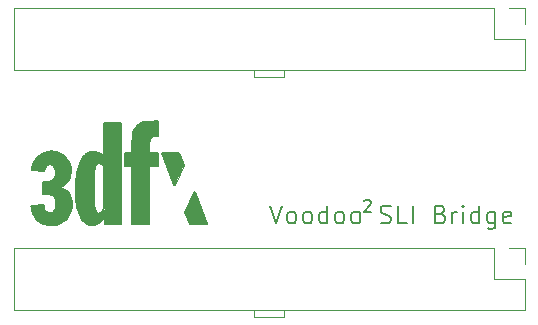
<source format=gbr>
%TF.GenerationSoftware,KiCad,Pcbnew,(6.0.7)*%
%TF.CreationDate,2022-08-10T20:47:25+10:00*%
%TF.ProjectId,Voodoo2SLI,566f6f64-6f6f-4325-934c-492e6b696361,rev?*%
%TF.SameCoordinates,Original*%
%TF.FileFunction,Legend,Top*%
%TF.FilePolarity,Positive*%
%FSLAX46Y46*%
G04 Gerber Fmt 4.6, Leading zero omitted, Abs format (unit mm)*
G04 Created by KiCad (PCBNEW (6.0.7)) date 2022-08-10 20:47:25*
%MOMM*%
%LPD*%
G01*
G04 APERTURE LIST*
%ADD10C,0.120000*%
%ADD11C,0.200000*%
%ADD12C,0.100000*%
G04 APERTURE END LIST*
D10*
X148844000Y-121031000D02*
X146304000Y-121031000D01*
X146304000Y-121031000D02*
X146304000Y-120523000D01*
X148844000Y-100711000D02*
X146304000Y-100711000D01*
X148844000Y-100203000D02*
X148844000Y-100711000D01*
X146304000Y-100711000D02*
X146304000Y-100203000D01*
X148844000Y-120523000D02*
X148844000Y-121031000D01*
D11*
X155614285Y-111247619D02*
X155661904Y-111200000D01*
X155757142Y-111152380D01*
X155995238Y-111152380D01*
X156090476Y-111200000D01*
X156138095Y-111247619D01*
X156185714Y-111342857D01*
X156185714Y-111438095D01*
X156138095Y-111580952D01*
X155566666Y-112152380D01*
X156185714Y-112152380D01*
X147646285Y-111640571D02*
X148146285Y-113140571D01*
X148646285Y-111640571D01*
X149360571Y-113140571D02*
X149217714Y-113069142D01*
X149146285Y-112997714D01*
X149074857Y-112854857D01*
X149074857Y-112426285D01*
X149146285Y-112283428D01*
X149217714Y-112212000D01*
X149360571Y-112140571D01*
X149574857Y-112140571D01*
X149717714Y-112212000D01*
X149789142Y-112283428D01*
X149860571Y-112426285D01*
X149860571Y-112854857D01*
X149789142Y-112997714D01*
X149717714Y-113069142D01*
X149574857Y-113140571D01*
X149360571Y-113140571D01*
X150717714Y-113140571D02*
X150574857Y-113069142D01*
X150503428Y-112997714D01*
X150432000Y-112854857D01*
X150432000Y-112426285D01*
X150503428Y-112283428D01*
X150574857Y-112212000D01*
X150717714Y-112140571D01*
X150932000Y-112140571D01*
X151074857Y-112212000D01*
X151146285Y-112283428D01*
X151217714Y-112426285D01*
X151217714Y-112854857D01*
X151146285Y-112997714D01*
X151074857Y-113069142D01*
X150932000Y-113140571D01*
X150717714Y-113140571D01*
X152503428Y-113140571D02*
X152503428Y-111640571D01*
X152503428Y-113069142D02*
X152360571Y-113140571D01*
X152074857Y-113140571D01*
X151932000Y-113069142D01*
X151860571Y-112997714D01*
X151789142Y-112854857D01*
X151789142Y-112426285D01*
X151860571Y-112283428D01*
X151932000Y-112212000D01*
X152074857Y-112140571D01*
X152360571Y-112140571D01*
X152503428Y-112212000D01*
X153432000Y-113140571D02*
X153289142Y-113069142D01*
X153217714Y-112997714D01*
X153146285Y-112854857D01*
X153146285Y-112426285D01*
X153217714Y-112283428D01*
X153289142Y-112212000D01*
X153432000Y-112140571D01*
X153646285Y-112140571D01*
X153789142Y-112212000D01*
X153860571Y-112283428D01*
X153932000Y-112426285D01*
X153932000Y-112854857D01*
X153860571Y-112997714D01*
X153789142Y-113069142D01*
X153646285Y-113140571D01*
X153432000Y-113140571D01*
X154789142Y-113140571D02*
X154646285Y-113069142D01*
X154574857Y-112997714D01*
X154503428Y-112854857D01*
X154503428Y-112426285D01*
X154574857Y-112283428D01*
X154646285Y-112212000D01*
X154789142Y-112140571D01*
X155003428Y-112140571D01*
X155146285Y-112212000D01*
X155217714Y-112283428D01*
X155289142Y-112426285D01*
X155289142Y-112854857D01*
X155217714Y-112997714D01*
X155146285Y-113069142D01*
X155003428Y-113140571D01*
X154789142Y-113140571D01*
X157003428Y-113069142D02*
X157217714Y-113140571D01*
X157574857Y-113140571D01*
X157717714Y-113069142D01*
X157789142Y-112997714D01*
X157860571Y-112854857D01*
X157860571Y-112712000D01*
X157789142Y-112569142D01*
X157717714Y-112497714D01*
X157574857Y-112426285D01*
X157289142Y-112354857D01*
X157146285Y-112283428D01*
X157074857Y-112212000D01*
X157003428Y-112069142D01*
X157003428Y-111926285D01*
X157074857Y-111783428D01*
X157146285Y-111712000D01*
X157289142Y-111640571D01*
X157646285Y-111640571D01*
X157860571Y-111712000D01*
X159217714Y-113140571D02*
X158503428Y-113140571D01*
X158503428Y-111640571D01*
X159717714Y-113140571D02*
X159717714Y-111640571D01*
X162074857Y-112354857D02*
X162289142Y-112426285D01*
X162360571Y-112497714D01*
X162432000Y-112640571D01*
X162432000Y-112854857D01*
X162360571Y-112997714D01*
X162289142Y-113069142D01*
X162146285Y-113140571D01*
X161574857Y-113140571D01*
X161574857Y-111640571D01*
X162074857Y-111640571D01*
X162217714Y-111712000D01*
X162289142Y-111783428D01*
X162360571Y-111926285D01*
X162360571Y-112069142D01*
X162289142Y-112212000D01*
X162217714Y-112283428D01*
X162074857Y-112354857D01*
X161574857Y-112354857D01*
X163074857Y-113140571D02*
X163074857Y-112140571D01*
X163074857Y-112426285D02*
X163146285Y-112283428D01*
X163217714Y-112212000D01*
X163360571Y-112140571D01*
X163503428Y-112140571D01*
X164003428Y-113140571D02*
X164003428Y-112140571D01*
X164003428Y-111640571D02*
X163932000Y-111712000D01*
X164003428Y-111783428D01*
X164074857Y-111712000D01*
X164003428Y-111640571D01*
X164003428Y-111783428D01*
X165360571Y-113140571D02*
X165360571Y-111640571D01*
X165360571Y-113069142D02*
X165217714Y-113140571D01*
X164932000Y-113140571D01*
X164789142Y-113069142D01*
X164717714Y-112997714D01*
X164646285Y-112854857D01*
X164646285Y-112426285D01*
X164717714Y-112283428D01*
X164789142Y-112212000D01*
X164932000Y-112140571D01*
X165217714Y-112140571D01*
X165360571Y-112212000D01*
X166717714Y-112140571D02*
X166717714Y-113354857D01*
X166646285Y-113497714D01*
X166574857Y-113569142D01*
X166432000Y-113640571D01*
X166217714Y-113640571D01*
X166074857Y-113569142D01*
X166717714Y-113069142D02*
X166574857Y-113140571D01*
X166289142Y-113140571D01*
X166146285Y-113069142D01*
X166074857Y-112997714D01*
X166003428Y-112854857D01*
X166003428Y-112426285D01*
X166074857Y-112283428D01*
X166146285Y-112212000D01*
X166289142Y-112140571D01*
X166574857Y-112140571D01*
X166717714Y-112212000D01*
X168003428Y-113069142D02*
X167860571Y-113140571D01*
X167574857Y-113140571D01*
X167432000Y-113069142D01*
X167360571Y-112926285D01*
X167360571Y-112354857D01*
X167432000Y-112212000D01*
X167574857Y-112140571D01*
X167860571Y-112140571D01*
X168003428Y-112212000D01*
X168074857Y-112354857D01*
X168074857Y-112497714D01*
X167360571Y-112640571D01*
D10*
%TO.C,J1*%
X169224000Y-97536000D02*
X169224000Y-100136000D01*
X169224000Y-94936000D02*
X169224000Y-96266000D01*
X166624000Y-97536000D02*
X169224000Y-97536000D01*
X167894000Y-94936000D02*
X169224000Y-94936000D01*
X166624000Y-94936000D02*
X125924000Y-94936000D01*
X169224000Y-100136000D02*
X125924000Y-100136000D01*
X125924000Y-94936000D02*
X125924000Y-100136000D01*
X166624000Y-94936000D02*
X166624000Y-97536000D01*
%TO.C,J2*%
X166624000Y-115256000D02*
X166624000Y-117856000D01*
X167894000Y-115256000D02*
X169224000Y-115256000D01*
X169224000Y-117856000D02*
X169224000Y-120456000D01*
X166624000Y-117856000D02*
X169224000Y-117856000D01*
X166624000Y-115256000D02*
X125924000Y-115256000D01*
X125924000Y-115256000D02*
X125924000Y-120456000D01*
X169224000Y-120456000D02*
X125924000Y-120456000D01*
X169224000Y-115256000D02*
X169224000Y-116586000D01*
D11*
%TO.C,REF\u002A\u002A*%
X139968777Y-107155983D02*
X140358000Y-108164000D01*
X138454742Y-107155983D02*
X139518000Y-109864000D01*
X140828179Y-113187307D02*
X140428000Y-112174000D01*
X142334458Y-113187307D02*
X141258000Y-110454000D01*
G36*
X138174795Y-108282203D02*
G01*
X135343734Y-108282203D01*
X135343734Y-107155983D01*
X138174795Y-107155983D01*
X138174795Y-108282203D01*
G37*
D12*
X138174795Y-108282203D02*
X135343734Y-108282203D01*
X135343734Y-107155983D01*
X138174795Y-107155983D01*
X138174795Y-108282203D01*
G36*
X137408000Y-108284000D02*
G01*
X137408000Y-113184000D01*
X136008000Y-113184000D01*
X135990612Y-108282203D01*
X137408000Y-108284000D01*
G37*
X137408000Y-108284000D02*
X137408000Y-113184000D01*
X136008000Y-113184000D01*
X135990612Y-108282203D01*
X137408000Y-108284000D01*
G36*
X137408000Y-107084000D02*
G01*
X137406918Y-107155983D01*
X136008000Y-107084000D01*
X136008000Y-106384000D01*
X136108000Y-105584000D01*
X136308000Y-104984000D01*
X136808000Y-104684000D01*
X137408000Y-104584000D01*
X137408000Y-107084000D01*
G37*
X137408000Y-107084000D02*
X137406918Y-107155983D01*
X136008000Y-107084000D01*
X136008000Y-106384000D01*
X136108000Y-105584000D01*
X136308000Y-104984000D01*
X136808000Y-104684000D01*
X137408000Y-104584000D01*
X137408000Y-107084000D01*
G36*
X129708000Y-107184000D02*
G01*
X130208000Y-107484000D01*
X130608000Y-108084000D01*
X130708000Y-108684000D01*
X130708000Y-109284000D01*
X130408000Y-109684000D01*
X130108000Y-109984000D01*
X129703330Y-110086325D01*
X130308000Y-110384000D01*
X130708000Y-110784000D01*
X130808000Y-111384000D01*
X130808000Y-112084000D01*
X130408000Y-112784000D01*
X129708000Y-113184000D01*
X128908000Y-113284000D01*
X128208000Y-113084000D01*
X127708000Y-112484000D01*
X127441583Y-111634489D01*
X128408000Y-111684000D01*
X128608000Y-112084000D01*
X128908000Y-112284000D01*
X129208000Y-112284000D01*
X129508000Y-111984000D01*
X129608000Y-111584000D01*
X129508000Y-111084000D01*
X129408000Y-110784000D01*
X128608000Y-110584000D01*
X128435945Y-110658743D01*
X128508000Y-109684000D01*
X129008000Y-109584000D01*
X129408000Y-109284000D01*
X129501665Y-108848415D01*
X129408000Y-108484000D01*
X129208000Y-108184000D01*
X128908000Y-108084000D01*
X128708000Y-108284000D01*
X128508000Y-108584000D01*
X128508000Y-108684000D01*
X127508000Y-108584000D01*
X127708000Y-107884000D01*
X128408000Y-107284000D01*
X129108000Y-107084000D01*
X129708000Y-107184000D01*
G37*
X129708000Y-107184000D02*
X130208000Y-107484000D01*
X130608000Y-108084000D01*
X130708000Y-108684000D01*
X130708000Y-109284000D01*
X130408000Y-109684000D01*
X130108000Y-109984000D01*
X129703330Y-110086325D01*
X130308000Y-110384000D01*
X130708000Y-110784000D01*
X130808000Y-111384000D01*
X130808000Y-112084000D01*
X130408000Y-112784000D01*
X129708000Y-113184000D01*
X128908000Y-113284000D01*
X128208000Y-113084000D01*
X127708000Y-112484000D01*
X127441583Y-111634489D01*
X128408000Y-111684000D01*
X128608000Y-112084000D01*
X128908000Y-112284000D01*
X129208000Y-112284000D01*
X129508000Y-111984000D01*
X129608000Y-111584000D01*
X129508000Y-111084000D01*
X129408000Y-110784000D01*
X128608000Y-110584000D01*
X128435945Y-110658743D01*
X128508000Y-109684000D01*
X129008000Y-109584000D01*
X129408000Y-109284000D01*
X129501665Y-108848415D01*
X129408000Y-108484000D01*
X129208000Y-108184000D01*
X128908000Y-108084000D01*
X128708000Y-108284000D01*
X128508000Y-108584000D01*
X128508000Y-108684000D01*
X127508000Y-108584000D01*
X127708000Y-107884000D01*
X128408000Y-107284000D01*
X129108000Y-107084000D01*
X129708000Y-107184000D01*
G36*
X142318000Y-113184000D02*
G01*
X140828000Y-113194000D01*
X140378000Y-112164000D01*
X141218000Y-110424000D01*
X142318000Y-113184000D01*
G37*
X142318000Y-113184000D02*
X140828000Y-113194000D01*
X140378000Y-112164000D01*
X141218000Y-110424000D01*
X142318000Y-113184000D01*
G36*
X138108000Y-105684000D02*
G01*
X137708000Y-105784000D01*
X137308000Y-105984000D01*
X137308000Y-104584000D01*
X138108000Y-104584000D01*
X138108000Y-105684000D01*
G37*
X138108000Y-105684000D02*
X137708000Y-105784000D01*
X137308000Y-105984000D01*
X137308000Y-104584000D01*
X138108000Y-104584000D01*
X138108000Y-105684000D01*
G36*
X135019519Y-113185755D02*
G01*
X135008000Y-113184000D01*
X133708000Y-113184000D01*
X133603213Y-104633624D01*
X135019519Y-104633624D01*
X135019519Y-113185755D01*
G37*
X135019519Y-113185755D02*
X135008000Y-113184000D01*
X133708000Y-113184000D01*
X133603213Y-104633624D01*
X135019519Y-104633624D01*
X135019519Y-113185755D01*
G36*
X139968000Y-107184000D02*
G01*
X140388000Y-108214000D01*
X139558000Y-109904000D01*
X138518000Y-107174000D01*
X139968000Y-107184000D01*
G37*
X139968000Y-107184000D02*
X140388000Y-108214000D01*
X139558000Y-109904000D01*
X138518000Y-107174000D01*
X139968000Y-107184000D01*
G36*
X133208000Y-107184000D02*
G01*
X133608000Y-107584000D01*
X133608000Y-108184000D01*
X133308000Y-107984000D01*
X133108000Y-107984000D01*
X132808000Y-108284000D01*
X132708000Y-108884000D01*
X132708000Y-111884000D01*
X133008000Y-112284000D01*
X133308000Y-112284000D01*
X133708000Y-111884000D01*
X133708000Y-112584000D01*
X133308000Y-112984000D01*
X132808000Y-113284000D01*
X132308000Y-113284000D01*
X131808000Y-112884000D01*
X131308000Y-111884000D01*
X131208000Y-110584000D01*
X131308000Y-108984000D01*
X131508000Y-108084000D01*
X132008000Y-107384000D01*
X132608000Y-107084000D01*
X133208000Y-107184000D01*
G37*
X133208000Y-107184000D02*
X133608000Y-107584000D01*
X133608000Y-108184000D01*
X133308000Y-107984000D01*
X133108000Y-107984000D01*
X132808000Y-108284000D01*
X132708000Y-108884000D01*
X132708000Y-111884000D01*
X133008000Y-112284000D01*
X133308000Y-112284000D01*
X133708000Y-111884000D01*
X133708000Y-112584000D01*
X133308000Y-112984000D01*
X132808000Y-113284000D01*
X132308000Y-113284000D01*
X131808000Y-112884000D01*
X131308000Y-111884000D01*
X131208000Y-110584000D01*
X131308000Y-108984000D01*
X131508000Y-108084000D01*
X132008000Y-107384000D01*
X132608000Y-107084000D01*
X133208000Y-107184000D01*
D11*
X129560613Y-111496426D02*
X129547695Y-111705229D01*
X129497240Y-111921703D01*
X129388258Y-112118462D01*
X129223001Y-112244617D01*
X128999055Y-112289123D01*
X128435945Y-109633356D02*
X128435945Y-110658743D01*
X135990612Y-106482734D02*
X135990612Y-107155983D01*
X137406918Y-113187307D02*
X137406918Y-108282203D01*
X128718276Y-109633356D02*
X128435945Y-109633356D01*
X140828179Y-113187307D02*
X142334458Y-113187307D01*
X135019519Y-104633624D02*
X133603213Y-104633624D01*
X132588685Y-113280383D02*
X132807892Y-113261709D01*
X133003067Y-113206535D01*
X133188633Y-113102307D01*
X133346335Y-112968921D01*
X133515726Y-112785488D01*
X133665264Y-112597825D01*
X138174795Y-107155983D02*
X137406918Y-107155983D01*
X138174795Y-108282203D02*
X138174795Y-107155983D01*
X135990612Y-108282203D02*
X135990612Y-113187307D01*
X133158000Y-108034000D02*
X133354542Y-108077353D01*
X133518865Y-108205443D01*
X133603213Y-108339600D01*
X130869882Y-111496426D02*
X130857366Y-111255306D01*
X130820755Y-111040446D01*
X130736887Y-110792787D01*
X130616009Y-110586939D01*
X130461451Y-110420120D01*
X130276541Y-110289543D01*
X130064610Y-110192424D01*
X129828986Y-110125979D01*
X129703330Y-110103389D01*
X133603213Y-111803577D02*
X133521581Y-111987619D01*
X133401664Y-112153160D01*
X133223626Y-112280141D01*
X133088193Y-112307739D01*
X135990612Y-107155983D02*
X135343734Y-107155983D01*
X129703330Y-110086325D02*
X129910842Y-110021093D01*
X130107478Y-109927883D01*
X130288061Y-109806678D01*
X130447416Y-109657462D01*
X130580367Y-109480218D01*
X130681741Y-109274930D01*
X130746360Y-109041583D01*
X130769050Y-108780159D01*
X131186340Y-110399681D02*
X131191046Y-110683651D01*
X131205373Y-110962265D01*
X131229627Y-111233702D01*
X131264118Y-111496140D01*
X131309153Y-111747757D01*
X131365041Y-111986731D01*
X131432091Y-112211242D01*
X131510610Y-112419467D01*
X131600908Y-112609584D01*
X131759113Y-112856824D01*
X131945553Y-113053076D01*
X132161270Y-113192191D01*
X132407305Y-113268022D01*
X132588685Y-113280383D01*
X129048695Y-113308305D02*
X129297000Y-113293112D01*
X129543569Y-113247233D01*
X129783448Y-113170212D01*
X130011682Y-113061594D01*
X130223317Y-112920924D01*
X130413398Y-112747748D01*
X130576971Y-112541611D01*
X130709082Y-112302058D01*
X130804775Y-112028634D01*
X130845893Y-111827311D01*
X130867155Y-111610596D01*
X130869882Y-111496426D01*
X135343734Y-108282203D02*
X135990612Y-108282203D01*
X133682328Y-113185755D02*
X135019519Y-113185755D01*
X127441583Y-111634489D02*
X127475396Y-111851467D01*
X127521997Y-112051685D01*
X127614046Y-112321421D01*
X127730161Y-112555589D01*
X127867521Y-112755476D01*
X128023301Y-112922368D01*
X128194680Y-113057551D01*
X128378833Y-113162311D01*
X128572938Y-113237935D01*
X128774172Y-113285708D01*
X128979712Y-113306916D01*
X129048695Y-113308305D01*
X135019519Y-113185755D02*
X135019519Y-104633624D01*
X129168143Y-107053600D02*
X128959326Y-107065282D01*
X128753444Y-107101200D01*
X128552957Y-107162658D01*
X128360327Y-107250959D01*
X128178016Y-107367408D01*
X128008485Y-107513309D01*
X127854195Y-107689967D01*
X127717609Y-107898686D01*
X127601187Y-108140770D01*
X127507391Y-108417523D01*
X127458647Y-108621930D01*
X137406918Y-106318300D02*
X137443912Y-106086669D01*
X137567949Y-105892987D01*
X137758145Y-105775432D01*
X137957164Y-105730235D01*
X138174795Y-105731921D01*
X127458647Y-108621930D02*
X128539880Y-108727416D01*
X133088193Y-112307739D02*
X132889302Y-112187468D01*
X132798319Y-111961893D01*
X132750209Y-111703712D01*
X132725908Y-111467401D01*
X132709840Y-111196410D01*
X132700324Y-110892451D01*
X132696792Y-110672340D01*
X132694928Y-110438843D01*
X132694234Y-110192467D01*
X132694171Y-110064608D01*
X138174795Y-105731921D02*
X138174795Y-104517279D01*
X138174795Y-104517279D02*
X137458110Y-104523485D01*
X137458110Y-104523485D02*
X137192129Y-104537157D01*
X136953405Y-104575627D01*
X136741698Y-104642487D01*
X136556770Y-104741328D01*
X136398382Y-104875742D01*
X136266294Y-105049320D01*
X136160268Y-105265655D01*
X136080064Y-105528338D01*
X136040822Y-105730983D01*
X136012880Y-105956888D01*
X135996167Y-106207117D01*
X135990612Y-106482734D01*
X135343734Y-107155983D02*
X135343734Y-108282203D01*
X139968777Y-107155983D02*
X138454742Y-107155983D01*
X128435945Y-110658743D02*
X128753955Y-110658743D01*
X137406918Y-107155983D02*
X137406918Y-106318300D01*
X129042490Y-108130179D02*
X129241962Y-108185950D01*
X129385611Y-108338755D01*
X129464770Y-108534949D01*
X129497549Y-108737932D01*
X129501665Y-108848415D01*
X128466970Y-111608118D02*
X127441583Y-111634489D01*
X132694171Y-110064608D02*
X132694769Y-109853749D01*
X132696888Y-109649724D01*
X132703979Y-109358540D01*
X132717221Y-109087986D01*
X132738253Y-108841214D01*
X132768712Y-108621377D01*
X132826819Y-108375611D01*
X132908481Y-108190810D01*
X133083632Y-108044267D01*
X133158000Y-108034000D01*
X130769050Y-108780159D02*
X130749834Y-108486905D01*
X130694318Y-108217998D01*
X130605694Y-107974418D01*
X130487155Y-107757148D01*
X130341895Y-107567172D01*
X130173105Y-107405471D01*
X129983980Y-107273028D01*
X129777713Y-107170825D01*
X129557496Y-107099846D01*
X129326523Y-107061072D01*
X129168143Y-107053600D01*
X128539880Y-108727416D02*
X128587062Y-108505755D01*
X128679609Y-108309685D01*
X128840915Y-108171386D01*
X129042490Y-108130179D01*
X133603213Y-107585684D02*
X133458068Y-107407663D01*
X133304812Y-107265728D01*
X133109706Y-107146268D01*
X132890177Y-107077078D01*
X132677107Y-107058254D01*
X129501665Y-108848415D02*
X129486773Y-109056262D01*
X129428675Y-109264104D01*
X129306903Y-109444831D01*
X129135586Y-109559951D01*
X128922393Y-109619331D01*
X128718276Y-109633356D01*
X128753955Y-110658743D02*
X128990482Y-110671636D01*
X129201003Y-110725600D01*
X129373499Y-110843558D01*
X129495953Y-111048433D01*
X129543854Y-111244624D01*
X129560613Y-111496426D01*
X132677107Y-107058254D02*
X132477391Y-107076906D01*
X132208772Y-107171333D01*
X131975763Y-107338777D01*
X131839353Y-107487238D01*
X131717490Y-107662551D01*
X131609662Y-107862474D01*
X131515357Y-108084770D01*
X131434064Y-108327196D01*
X131365270Y-108587513D01*
X131308464Y-108863481D01*
X131263135Y-109152860D01*
X131228769Y-109453410D01*
X131204856Y-109762890D01*
X131190883Y-110079060D01*
X131186340Y-110399681D01*
X133603213Y-108339600D02*
X133603213Y-111803577D01*
X133682328Y-112597825D02*
X133682328Y-113185755D01*
X135990612Y-113187307D02*
X137406918Y-113187307D01*
X137406918Y-108282203D02*
X138174795Y-108282203D01*
X133603213Y-104633624D02*
X133603213Y-107585684D01*
X128999055Y-112289123D02*
X128801465Y-112255177D01*
X128622430Y-112121065D01*
X128529400Y-111943989D01*
X128480585Y-111734209D01*
X128466970Y-111608118D01*
%TD*%
M02*

</source>
